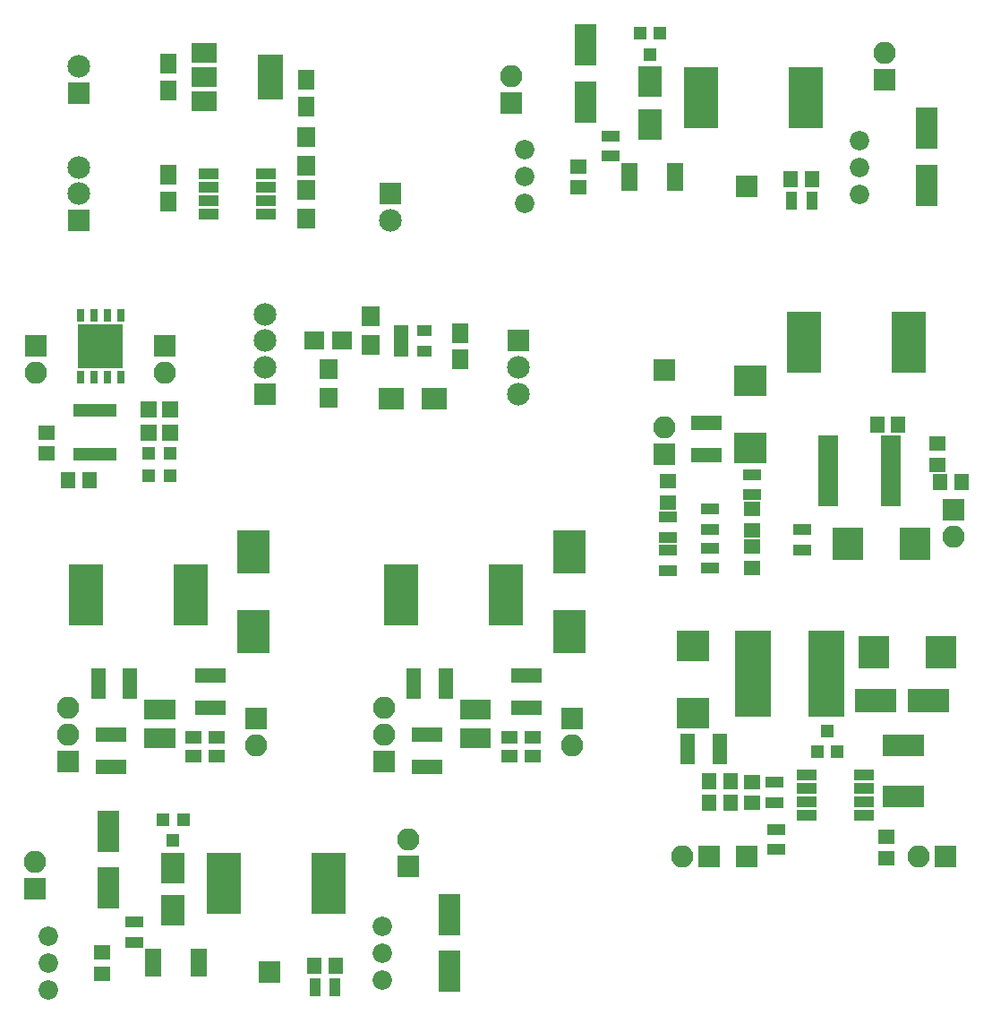
<source format=gts>
G04 #@! TF.FileFunction,Soldermask,Top*
%FSLAX46Y46*%
G04 Gerber Fmt 4.6, Leading zero omitted, Abs format (unit mm)*
G04 Created by KiCad (PCBNEW 4.0.5) date 07/05/17 15:18:17*
%MOMM*%
%LPD*%
G01*
G04 APERTURE LIST*
%ADD10C,0.100000*%
%ADD11R,2.100000X2.100000*%
%ADD12O,2.100000X2.100000*%
%ADD13R,3.300000X5.800000*%
%ADD14R,3.100000X4.150000*%
%ADD15R,2.900000X1.400000*%
%ADD16R,1.050000X1.960000*%
%ADD17R,1.600000X1.300000*%
%ADD18R,1.400000X2.900000*%
%ADD19R,2.200000X2.900000*%
%ADD20R,1.500000X0.800000*%
%ADD21R,1.100000X1.700000*%
%ADD22C,1.840000*%
%ADD23R,1.700000X1.100000*%
%ADD24R,1.200000X1.300000*%
%ADD25R,2.000000X3.900000*%
%ADD26R,1.650000X1.400000*%
%ADD27R,1.400000X1.650000*%
%ADD28R,1.650000X1.900000*%
%ADD29R,2.150000X2.150000*%
%ADD30C,2.150000*%
%ADD31R,1.700000X1.900000*%
%ADD32R,1.950000X1.000000*%
%ADD33R,2.400000X4.200000*%
%ADD34R,2.400000X1.900000*%
%ADD35R,1.300000X1.200000*%
%ADD36R,0.820000X1.290000*%
%ADD37R,1.600000X1.600000*%
%ADD38R,2.200000X2.200000*%
%ADD39R,0.700000X1.300000*%
%ADD40R,1.460000X1.050000*%
%ADD41R,1.900000X1.700000*%
%ADD42R,2.400000X2.100000*%
%ADD43R,1.850000X0.850000*%
%ADD44R,3.100000X2.950000*%
%ADD45R,2.950000X3.100000*%
%ADD46R,3.900000X2.200000*%
%ADD47R,3.500000X8.100000*%
%ADD48R,3.900000X2.000000*%
G04 APERTURE END LIST*
D10*
D11*
X80010000Y-106045000D03*
D12*
X80010000Y-103505000D03*
X80010000Y-100965000D03*
D13*
X81664000Y-90297000D03*
X91564000Y-90297000D03*
D14*
X97536000Y-93818000D03*
X97536000Y-86268000D03*
D15*
X93472000Y-100941000D03*
X93472000Y-97941000D03*
D16*
X89596000Y-101139000D03*
X88646000Y-101139000D03*
X87696000Y-101139000D03*
X87696000Y-103839000D03*
X89596000Y-103839000D03*
X88646000Y-103839000D03*
D17*
X91864000Y-105537000D03*
X94064000Y-105537000D03*
X94064000Y-103759000D03*
X91864000Y-103759000D03*
D15*
X84074000Y-103529000D03*
X84074000Y-106529000D03*
D18*
X82828000Y-98679000D03*
X85828000Y-98679000D03*
D11*
X97790000Y-101981000D03*
D12*
X97790000Y-104521000D03*
D19*
X105156000Y-41815000D03*
X105156000Y-45815000D03*
D11*
X114300000Y-51689000D03*
D20*
X107560000Y-51775000D03*
X107560000Y-51125000D03*
X107560000Y-50475000D03*
X107560000Y-49825000D03*
X103260000Y-49825000D03*
X103260000Y-50475000D03*
X103260000Y-51125000D03*
X103260000Y-51775000D03*
D21*
X120457000Y-53086000D03*
X118557000Y-53086000D03*
D22*
X93345000Y-48260000D03*
X93345000Y-50800000D03*
X93345000Y-53340000D03*
X124968000Y-47371000D03*
X124968000Y-49911000D03*
X124968000Y-52451000D03*
D23*
X101473000Y-46929000D03*
X101473000Y-48829000D03*
D24*
X106106000Y-37227000D03*
X104206000Y-37227000D03*
X105156000Y-39227000D03*
D11*
X127381000Y-41656000D03*
D12*
X127381000Y-39116000D03*
D11*
X92075000Y-43815000D03*
D12*
X92075000Y-41275000D03*
D13*
X109985000Y-43307000D03*
X119885000Y-43307000D03*
D25*
X131318000Y-46195000D03*
X131318000Y-51595000D03*
D26*
X98425000Y-51800000D03*
X98425000Y-49800000D03*
D27*
X118507000Y-51054000D03*
X120507000Y-51054000D03*
D25*
X99060000Y-38321000D03*
X99060000Y-43721000D03*
D28*
X59640000Y-42630000D03*
X59640000Y-40130000D03*
X72640000Y-41630000D03*
X72640000Y-44130000D03*
X59640000Y-53130000D03*
X59640000Y-50630000D03*
D29*
X51140000Y-54880000D03*
D30*
X51140000Y-52380000D03*
X51140000Y-49880000D03*
D29*
X51140000Y-42880000D03*
D30*
X51140000Y-40380000D03*
D29*
X80640000Y-52380000D03*
D30*
X80640000Y-54880000D03*
D31*
X72640000Y-47030000D03*
X72640000Y-49730000D03*
X72640000Y-52030000D03*
X72640000Y-54730000D03*
D32*
X63440000Y-50475000D03*
X63440000Y-51745000D03*
X63440000Y-53015000D03*
X63440000Y-54285000D03*
X68840000Y-54285000D03*
X68840000Y-53015000D03*
X68840000Y-51745000D03*
X68840000Y-50475000D03*
D33*
X69290000Y-41380000D03*
D34*
X62990000Y-41380000D03*
X62990000Y-43680000D03*
X62990000Y-39080000D03*
D25*
X53975000Y-112616000D03*
X53975000Y-118016000D03*
D27*
X73422000Y-125349000D03*
X75422000Y-125349000D03*
D26*
X53340000Y-126095000D03*
X53340000Y-124095000D03*
D25*
X86233000Y-120490000D03*
X86233000Y-125890000D03*
D13*
X64900000Y-117602000D03*
X74800000Y-117602000D03*
D11*
X46990000Y-118110000D03*
D12*
X46990000Y-115570000D03*
D11*
X82296000Y-115951000D03*
D12*
X82296000Y-113411000D03*
D24*
X61021000Y-111522000D03*
X59121000Y-111522000D03*
X60071000Y-113522000D03*
D23*
X56388000Y-121224000D03*
X56388000Y-123124000D03*
D22*
X79883000Y-121666000D03*
X79883000Y-124206000D03*
X79883000Y-126746000D03*
X48260000Y-122555000D03*
X48260000Y-125095000D03*
X48260000Y-127635000D03*
D21*
X75372000Y-127381000D03*
X73472000Y-127381000D03*
D20*
X62475000Y-126070000D03*
X62475000Y-125420000D03*
X62475000Y-124770000D03*
X62475000Y-124120000D03*
X58175000Y-124120000D03*
X58175000Y-124770000D03*
X58175000Y-125420000D03*
X58175000Y-126070000D03*
D11*
X69215000Y-125984000D03*
D19*
X60071000Y-116110000D03*
X60071000Y-120110000D03*
D27*
X50181000Y-79502000D03*
X52181000Y-79502000D03*
D26*
X48133000Y-76946000D03*
X48133000Y-74946000D03*
D35*
X59817000Y-79028000D03*
X59817000Y-76928000D03*
X57785000Y-79028000D03*
X57785000Y-76928000D03*
D11*
X47117000Y-66802000D03*
D12*
X47117000Y-69342000D03*
D36*
X51080000Y-77035000D03*
X51730000Y-77035000D03*
X52380000Y-77035000D03*
X53030000Y-77035000D03*
X53680000Y-77035000D03*
X54330000Y-77035000D03*
X54330000Y-72825000D03*
X53680000Y-72825000D03*
X53030000Y-72825000D03*
X52380000Y-72825000D03*
X51730000Y-72825000D03*
X51080000Y-72825000D03*
D11*
X59309000Y-66802000D03*
D12*
X59309000Y-69342000D03*
D37*
X59817000Y-75014000D03*
X59817000Y-72814000D03*
X57785000Y-75014000D03*
X57785000Y-72814000D03*
D38*
X52213000Y-67802000D03*
D39*
X51308000Y-69702000D03*
X52578000Y-69702000D03*
X53848000Y-69702000D03*
X55118000Y-69702000D03*
X55118000Y-63902000D03*
X53848000Y-63902000D03*
X52578000Y-63902000D03*
X51308000Y-63902000D03*
D38*
X52213000Y-65802000D03*
X54213000Y-67802000D03*
X54213000Y-65802000D03*
D40*
X81640000Y-65350000D03*
X81640000Y-66300000D03*
X81640000Y-67250000D03*
X83840000Y-67250000D03*
X83840000Y-65350000D03*
D31*
X74740000Y-68950000D03*
X74740000Y-71650000D03*
D41*
X76090000Y-66300000D03*
X73390000Y-66300000D03*
D31*
X78740000Y-63950000D03*
X78740000Y-66650000D03*
D28*
X87240000Y-65550000D03*
X87240000Y-68050000D03*
D42*
X84740000Y-71800000D03*
X80740000Y-71800000D03*
D29*
X68740000Y-71300000D03*
D30*
X68740000Y-68800000D03*
X68740000Y-66300000D03*
X68740000Y-63800000D03*
D29*
X92740000Y-66300000D03*
D30*
X92740000Y-68800000D03*
X92740000Y-71300000D03*
D43*
X122018000Y-75688000D03*
X122018000Y-76338000D03*
X122018000Y-76988000D03*
X122018000Y-77638000D03*
X122018000Y-78288000D03*
X122018000Y-78938000D03*
X122018000Y-79588000D03*
X122018000Y-80238000D03*
X122018000Y-80888000D03*
X122018000Y-81538000D03*
X127918000Y-81538000D03*
X127918000Y-80888000D03*
X127918000Y-80238000D03*
X127918000Y-79588000D03*
X127918000Y-78938000D03*
X127918000Y-78288000D03*
X127918000Y-77638000D03*
X127918000Y-76988000D03*
X127918000Y-76338000D03*
X127918000Y-75688000D03*
D27*
X128660400Y-74193400D03*
X126660400Y-74193400D03*
D26*
X132384800Y-75987400D03*
X132384800Y-77987400D03*
D44*
X114655600Y-70053200D03*
X114655600Y-76403200D03*
D15*
X110490000Y-74065000D03*
X110490000Y-77065000D03*
D45*
X130225800Y-85471000D03*
X123875800Y-85471000D03*
D11*
X133858000Y-82296000D03*
D12*
X133858000Y-84836000D03*
D11*
X106527600Y-76987400D03*
D12*
X106527600Y-74447400D03*
D23*
X106832400Y-86095800D03*
X106832400Y-87995800D03*
X114808000Y-80833000D03*
X114808000Y-78933000D03*
X110845600Y-85892600D03*
X110845600Y-87792600D03*
X106832400Y-82946200D03*
X106832400Y-84846200D03*
X119532400Y-84165400D03*
X119532400Y-86065400D03*
X110845600Y-82184200D03*
X110845600Y-84084200D03*
D13*
X129664000Y-66421000D03*
X119764000Y-66421000D03*
D27*
X134604000Y-79629000D03*
X132604000Y-79629000D03*
D26*
X114808000Y-84185000D03*
X114808000Y-82185000D03*
X114808000Y-85741000D03*
X114808000Y-87741000D03*
X106883200Y-79594200D03*
X106883200Y-81594200D03*
D11*
X106553000Y-69088000D03*
D26*
X127508000Y-113173000D03*
X127508000Y-115173000D03*
X114808000Y-107966000D03*
X114808000Y-109966000D03*
D46*
X131532000Y-100330000D03*
X126532000Y-100330000D03*
D47*
X114914000Y-97790000D03*
X121814000Y-97790000D03*
D24*
X120970000Y-105140000D03*
X122870000Y-105140000D03*
X121920000Y-103140000D03*
D48*
X129159000Y-104495600D03*
X129159000Y-109372400D03*
D23*
X116967000Y-108016000D03*
X116967000Y-109916000D03*
D32*
X119982000Y-107315000D03*
X119982000Y-108585000D03*
X119982000Y-109855000D03*
X119982000Y-111125000D03*
X125382000Y-111125000D03*
X125382000Y-109855000D03*
X125382000Y-108585000D03*
X125382000Y-107315000D03*
D11*
X110744000Y-115062000D03*
D12*
X108204000Y-115062000D03*
D11*
X133096000Y-115062000D03*
D12*
X130556000Y-115062000D03*
D27*
X112760000Y-107950000D03*
X110760000Y-107950000D03*
X110760000Y-109982000D03*
X112760000Y-109982000D03*
D18*
X108736000Y-104902000D03*
X111736000Y-104902000D03*
D23*
X117094000Y-112461000D03*
X117094000Y-114361000D03*
D44*
X109220000Y-101473000D03*
X109220000Y-95123000D03*
D45*
X132715000Y-95758000D03*
X126365000Y-95758000D03*
D11*
X114300000Y-115062000D03*
X67945000Y-101981000D03*
D12*
X67945000Y-104521000D03*
D18*
X52983000Y-98679000D03*
X55983000Y-98679000D03*
D15*
X54229000Y-103529000D03*
X54229000Y-106529000D03*
D17*
X64219000Y-103759000D03*
X62019000Y-103759000D03*
X62019000Y-105537000D03*
X64219000Y-105537000D03*
D16*
X59751000Y-101139000D03*
X58801000Y-101139000D03*
X57851000Y-101139000D03*
X57851000Y-103839000D03*
X59751000Y-103839000D03*
X58801000Y-103839000D03*
D15*
X63627000Y-100941000D03*
X63627000Y-97941000D03*
D14*
X67691000Y-93818000D03*
X67691000Y-86268000D03*
D13*
X51819000Y-90297000D03*
X61719000Y-90297000D03*
D11*
X50165000Y-106045000D03*
D12*
X50165000Y-103505000D03*
X50165000Y-100965000D03*
M02*

</source>
